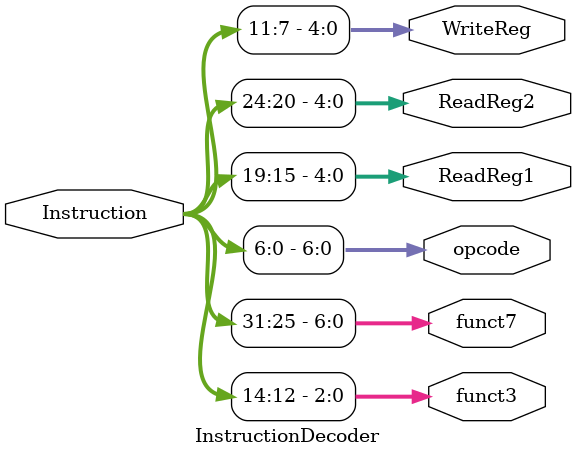
<source format=v>
module InstructionDecoder(Instruction, funct3, funct7, opcode, ReadReg1, ReadReg2, WriteReg);

    input [31:0] Instruction;

    output reg [2:0] funct3;
    output reg [6:0] funct7;
    output reg [6:0] opcode;
    output reg [4:0] ReadReg1, ReadReg2, WriteReg;

    always @* begin
        funct3 <= Instruction[14:12];
        funct7 <= Instruction[31:25];
        opcode <= Instruction[6:0];
        ReadReg1 <= Instruction[19:15];
        ReadReg2 <= Instruction[24:20];
        WriteReg <= Instruction[11:7];
    end


endmodule
</source>
